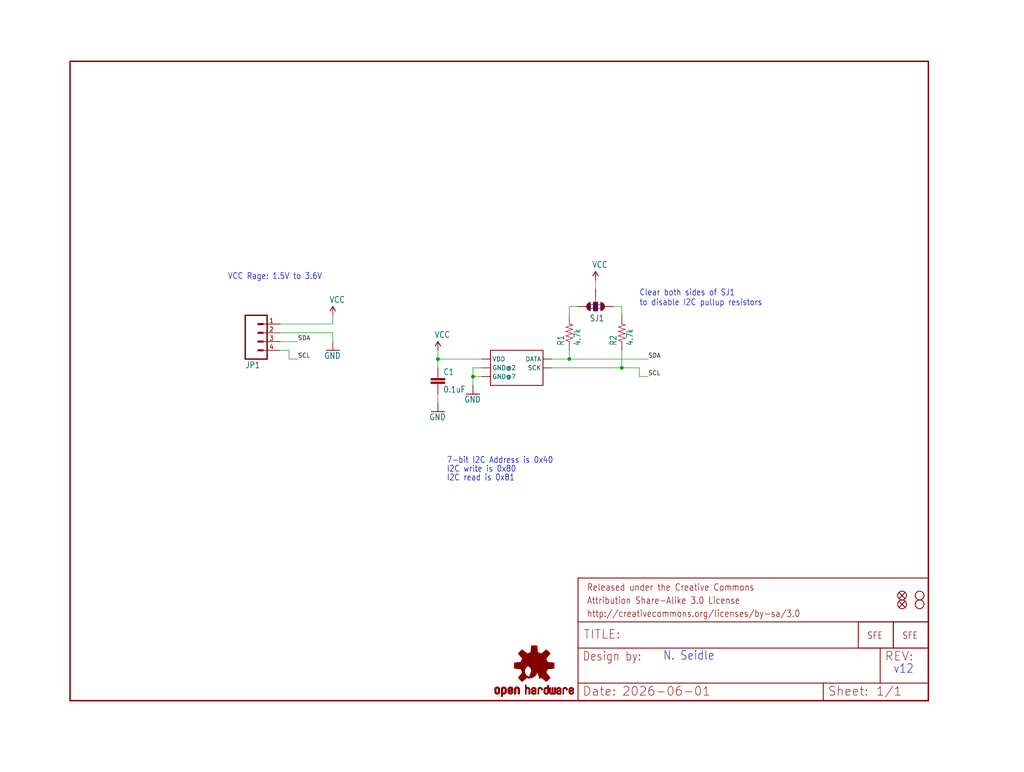
<source format=kicad_sch>
(kicad_sch (version 20230121) (generator eeschema)
  (paper "User" 297.002 223.926)
  (lib_symbols
    (symbol "working-eagle-import:CAP0603-CAP"
      (property "Reference" "C" (at 1.524 2.921 0))
      (symbol "CAP0603-CAP_1_0"
        (pin passive line (at 0 5.08 270) (length 2.54) (name "1") (number "1"))
        (pin passive line (at 0 -2.54 90) (length 2.54) (name "2") (number "2"))
      )
    )
    (symbol "working-eagle-import:FIDUCIALUFIDUCIAL")
    (symbol "working-eagle-import:FRAME-LETTER"
      (symbol "FRAME-LETTER_2_0"
        (text "${#}/${##}" (at 86.36 1.27 0) (effects (font (size 2.54 2.54)) (justify left bottom)))
        (text "${CURRENT_DATE}" (at 12.7 1.27 0) (effects (font (size 2.54 2.54)) (justify left bottom)))
        (text "${PROJECTNAME}" (at 15.494 17.78 0) (effects (font (size 2.7432 2.7432)) (justify left bottom)))
        (text "Attribution Share-Alike 3.0 License" (at 2.54 27.94 0) (effects (font (size 1.9304 1.6408)) (justify left bottom)))
        (text "Date:" (at 1.27 1.27 0) (effects (font (size 2.54 2.54)) (justify left bottom)))
        (text "Design by:" (at 1.27 11.43 0) (effects (font (size 2.54 2.159)) (justify left bottom)))
        (text "http://creativecommons.org/licenses/by-sa/3.0" (at 2.54 24.13 0) (effects (font (size 1.9304 1.6408)) (justify left bottom)))
        (text "Released under the Creative Commons" (at 2.54 31.75 0) (effects (font (size 1.9304 1.6408)) (justify left bottom)))
        (text "REV:" (at 88.9 11.43 0) (effects (font (size 2.54 2.54)) (justify left bottom)))
        (text "Sheet:" (at 72.39 1.27 0) (effects (font (size 2.54 2.54)) (justify left bottom)))
        (text "TITLE:" (at 1.524 17.78 0) (effects (font (size 2.54 2.54)) (justify left bottom)))
      )
    )
    (symbol "working-eagle-import:GND" (power)
      (property "Value" "GND" (at -2.54 -2.54 0))
      (symbol "GND_1_0"
        (pin power_in line (at 0 2.54 270) (length 2.54) (name "GND") (number "1"))
      )
    )
    (symbol "working-eagle-import:HTU21DSMD"
      (symbol "HTU21DSMD_1_0"
        (pin power_in line (at -10.16 -2.54 0) (length 2.54) (name "GND@7") (number "7"))
        (pin bidirectional line (at 10.16 2.54 180) (length 2.54) (name "DATA") (number "DATA"))
        (pin power_in line (at -10.16 0 0) (length 2.54) (name "GND@2") (number "GND"))
        (pin input line (at 10.16 0 180) (length 2.54) (name "SCK") (number "SCK"))
        (pin power_in line (at -10.16 2.54 0) (length 2.54) (name "VDD") (number "VDD"))
      )
    )
    (symbol "working-eagle-import:LOGO-SFESK"
      (symbol "LOGO-SFESK_1_0"
        (text "SFE" (at 0 0 0) (effects (font (size 1.9304 1.6408)) (justify left bottom)))
      )
    )
    (symbol "working-eagle-import:M04PTH"
      (property "Reference" "JP" (at -5.08 8.382 0))
      (symbol "M04PTH_1_0"
        (pin passive line (at 5.08 -2.54 180) (length 5.08) (name "1") (number "1"))
        (pin passive line (at 5.08 0 180) (length 5.08) (name "2") (number "2"))
        (pin passive line (at 5.08 2.54 180) (length 5.08) (name "3") (number "3"))
        (pin passive line (at 5.08 5.08 180) (length 5.08) (name "4") (number "4"))
      )
    )
    (symbol "working-eagle-import:OSHW-LOGOS")
    (symbol "working-eagle-import:RESISTOR0603-RES"
      (property "Reference" "R" (at -3.81 1.4986 0))
      (symbol "RESISTOR0603-RES_1_0"
        (pin passive line (at -5.08 0 0) (length 2.54) (name "1") (number "1"))
        (pin passive line (at 5.08 0 180) (length 2.54) (name "2") (number "2"))
      )
    )
    (symbol "working-eagle-import:SOLDERJUMPER_2WAYPASTE1&2&3"
      (property "Reference" "SJ" (at 2.54 0.381 0))
      (symbol "SOLDERJUMPER_2WAYPASTE1&2&3_1_0"
        (pin passive line (at 0 5.08 270) (length 2.54) (name "1") (number "1"))
        (pin passive line (at -5.08 0 0) (length 2.54) (name "2") (number "2"))
        (pin passive line (at 0 -5.08 90) (length 2.54) (name "3") (number "3"))
      )
    )
    (symbol "working-eagle-import:STAND-OFF")
    (symbol "working-eagle-import:SparkFun-Aesthetics_LOGO-SFENW2"
      (symbol "SparkFun-Aesthetics_LOGO-SFENW2_1_0"
        (text "SFE" (at 0 0 0) (effects (font (size 1.9304 1.6408)) (justify left bottom)))
      )
    )
    (symbol "working-eagle-import:VCC" (power)
      (property "Value" "VCC" (at -1.016 3.556 0))
      (symbol "VCC_1_0"
        (pin power_in line (at 0 0 90) (length 2.54) (name "VCC") (number "1"))
      )
    )
  )
  (junction (at 180.34 106.68))
  (junction (at 127 104.14))
  (junction (at 137.16 109.22))
  (junction (at 165.1 104.14))
  (wire (pts (xy 180.34 88.9) (xy 180.34 91.44)) (stroke (width 0.1524)))
  (wire (pts (xy 165.1 104.14) (xy 165.1 101.6)) (stroke (width 0.1524)))
  (wire (pts (xy 165.1 88.9) (xy 165.1 91.44)) (stroke (width 0.1524)))
  (wire (pts (xy 96.52 96.52) (xy 96.52 99.06)) (stroke (width 0.1524)))
  (wire (pts (xy 160.02 106.68) (xy 180.34 106.68)) (stroke (width 0.1524)))
  (wire (pts (xy 180.34 106.68) (xy 180.34 101.6)) (stroke (width 0.1524)))
  (wire (pts (xy 180.34 106.68) (xy 185.42 106.68)) (stroke (width 0.1524)))
  (wire (pts (xy 172.72 81.28) (xy 172.72 83.82)) (stroke (width 0.1524)))
  (wire (pts (xy 83.82 101.6) (xy 83.82 104.14)) (stroke (width 0.1524)))
  (wire (pts (xy 96.52 93.98) (xy 96.52 91.44)) (stroke (width 0.1524)))
  (wire (pts (xy 127 116.84) (xy 127 114.3)) (stroke (width 0.1524)))
  (wire (pts (xy 81.28 101.6) (xy 83.82 101.6)) (stroke (width 0.1524)))
  (wire (pts (xy 139.7 109.22) (xy 137.16 109.22)) (stroke (width 0.1524)))
  (wire (pts (xy 165.1 104.14) (xy 187.96 104.14)) (stroke (width 0.1524)))
  (wire (pts (xy 86.36 104.14) (xy 83.82 104.14)) (stroke (width 0.1524)))
  (wire (pts (xy 137.16 106.68) (xy 137.16 109.22)) (stroke (width 0.1524)))
  (wire (pts (xy 139.7 104.14) (xy 127 104.14)) (stroke (width 0.1524)))
  (wire (pts (xy 160.02 104.14) (xy 165.1 104.14)) (stroke (width 0.1524)))
  (wire (pts (xy 81.28 93.98) (xy 96.52 93.98)) (stroke (width 0.1524)))
  (wire (pts (xy 177.8 88.9) (xy 180.34 88.9)) (stroke (width 0.1524)))
  (wire (pts (xy 185.42 106.68) (xy 185.42 109.22)) (stroke (width 0.1524)))
  (wire (pts (xy 137.16 109.22) (xy 137.16 111.76)) (stroke (width 0.1524)))
  (wire (pts (xy 139.7 106.68) (xy 137.16 106.68)) (stroke (width 0.1524)))
  (wire (pts (xy 127 104.14) (xy 127 101.6)) (stroke (width 0.1524)))
  (wire (pts (xy 81.28 99.06) (xy 86.36 99.06)) (stroke (width 0.1524)))
  (wire (pts (xy 185.42 109.22) (xy 187.96 109.22)) (stroke (width 0.1524)))
  (wire (pts (xy 167.64 88.9) (xy 165.1 88.9)) (stroke (width 0.1524)))
  (wire (pts (xy 81.28 96.52) (xy 96.52 96.52)) (stroke (width 0.1524)))
  (wire (pts (xy 127 106.68) (xy 127 104.14)) (stroke (width 0.1524)))
  (rectangle (start 171.196 89.408) (end 174.244 88.392) (fill (type outline)))
  (text "N. Seidle" (at 192.278 191.77 0) (effects (font (size 2.54 2.159)) (justify left bottom)))
  (text "I2C read is 0x81" (at 129.54 139.7 0) (effects (font (size 1.778 1.5113)) (justify left bottom)))
  (text "I2C write is 0x80" (at 129.54 137.16 0) (effects (font (size 1.778 1.5113)) (justify left bottom)))
  (text "VCC Rage: 1.5V to 3.6V" (at 66.04 81.28 0) (effects (font (size 1.778 1.5113)) (justify left bottom)))
  (text "Clear both sides of SJ1\nto disable I2C pullup resistors" (at 185.42 88.9 0) (effects (font (size 1.778 1.5113)) (justify left bottom)))
  (text "7-bit I2C Address is 0x40" (at 129.54 134.62 0) (effects (font (size 1.778 1.5113)) (justify left bottom)))
  (text "v12" (at 259.08 195.58 0) (effects (font (size 2.54 2.159)) (justify left bottom)))
  (label "SDA" (at 86.36 99.06 0) (effects (font (size 1.2446 1.2446))))
  (label "SDA" (at 187.96 104.14 0) (effects (font (size 1.2446 1.2446))))
  (label "SCL" (at 86.36 104.14 0) (effects (font (size 1.2446 1.2446))))
  (label "SCL" (at 187.96 109.22 0) (effects (font (size 1.2446 1.2446))))
  (symbol (lib_id "working-eagle-import:GND") (at 96.52 101.6 0) (unit 1)
    (property "Reference" "#GND4" (effects hide))
    (property "Value" "GND" (at 93.98 104.14 0) (effects (font (size 1.778 1.5113)) (justify left bottom)))
  )
  (symbol (lib_id "working-eagle-import:SparkFun-Aesthetics_LOGO-SFENW2") (at 261.62 185.42 0) (unit 1)
    (property "Reference" "JP2" (effects hide))
    (property "Value" "LOGO-SFENW2" (effects hide))
    (property "Footprint" "working:SFE-NEW-WEB" (effects hide))
  )
  (symbol (lib_id "working-eagle-import:RESISTOR0603-RES") (at 180.34 96.52 90) (unit 1)
    (property "Reference" "R2" (at 178.8414 100.33 0) (effects (font (size 1.778 1.5113)) (justify left bottom)))
    (property "Value" "4.7k" (at 183.642 100.33 0) (effects (font (size 1.778 1.5113)) (justify left bottom)))
    (property "Footprint" "working:0603-RES" (effects hide))
  )
  (symbol (lib_id "working-eagle-import:VCC") (at 127 101.6 0) (unit 1)
    (property "Reference" "#P+1" (effects hide))
    (property "Value" "VCC" (at 125.984 98.044 0) (effects (font (size 1.778 1.5113)) (justify left bottom)))
  )
  (symbol (lib_id "working-eagle-import:HTU21DSMD") (at 149.86 106.68 0) (unit 1)
    (property "Reference" "U1" (effects hide))
    (property "Value" "HTU21DSMD" (effects hide))
    (property "Footprint" "working:HTU21D" (effects hide))
  )
  (symbol (lib_id "working-eagle-import:VCC") (at 172.72 81.28 0) (unit 1)
    (property "Reference" "#P+3" (effects hide))
    (property "Value" "VCC" (at 171.704 77.724 0) (effects (font (size 1.778 1.5113)) (justify left bottom)))
  )
  (symbol (lib_id "working-eagle-import:SOLDERJUMPER_2WAYPASTE1&2&3") (at 172.72 88.9 270) (unit 1)
    (property "Reference" "SJ1" (at 175.26 91.313 90) (effects (font (size 1.778 1.5113)) (justify right top)))
    (property "Value" "SOLDERJUMPER_2WAYPASTE1&2&3" (effects hide))
    (property "Footprint" "working:SJ_3_PASTE1&2&3" (effects hide))
  )
  (symbol (lib_id "working-eagle-import:OSHW-LOGOS") (at 154.94 193.04 0) (unit 1)
    (property "Reference" "LOGO2" (effects hide))
    (property "Value" "OSHW-LOGOS" (effects hide))
    (property "Footprint" "working:OSHW-LOGO-S" (effects hide))
  )
  (symbol (lib_id "working-eagle-import:STAND-OFF") (at 266.7 172.72 0) (unit 1)
    (property "Reference" "STANDOFF2" (effects hide))
    (property "Value" "STAND-OFF" (effects hide))
    (property "Footprint" "working:STAND-OFF" (effects hide))
  )
  (symbol (lib_id "working-eagle-import:RESISTOR0603-RES") (at 165.1 96.52 90) (unit 1)
    (property "Reference" "R1" (at 163.6014 100.33 0) (effects (font (size 1.778 1.5113)) (justify left bottom)))
    (property "Value" "4.7k" (at 168.402 100.33 0) (effects (font (size 1.778 1.5113)) (justify left bottom)))
    (property "Footprint" "working:0603-RES" (effects hide))
  )
  (symbol (lib_id "working-eagle-import:GND") (at 137.16 114.3 0) (unit 1)
    (property "Reference" "#GND3" (effects hide))
    (property "Value" "GND" (at 134.62 116.84 0) (effects (font (size 1.778 1.5113)) (justify left bottom)))
  )
  (symbol (lib_id "working-eagle-import:FIDUCIALUFIDUCIAL") (at 261.62 175.26 0) (unit 1)
    (property "Reference" "JP4" (effects hide))
    (property "Value" "FIDUCIALUFIDUCIAL" (effects hide))
    (property "Footprint" "working:MICRO-FIDUCIAL" (effects hide))
  )
  (symbol (lib_id "working-eagle-import:FRAME-LETTER") (at 167.64 203.2 0) (unit 2)
    (property "Reference" "FRAME2" (effects hide))
    (property "Value" "FRAME-LETTER" (effects hide))
    (property "Footprint" "working:CREATIVE_COMMONS" (effects hide))
  )
  (symbol (lib_id "working-eagle-import:FIDUCIALUFIDUCIAL") (at 261.62 172.72 0) (unit 1)
    (property "Reference" "JP3" (effects hide))
    (property "Value" "FIDUCIALUFIDUCIAL" (effects hide))
    (property "Footprint" "working:MICRO-FIDUCIAL" (effects hide))
  )
  (symbol (lib_id "working-eagle-import:CAP0603-CAP") (at 127 111.76 0) (unit 1)
    (property "Reference" "C1" (at 128.524 108.839 0) (effects (font (size 1.778 1.5113)) (justify left bottom)))
    (property "Value" "0.1uF" (at 128.524 113.919 0) (effects (font (size 1.778 1.5113)) (justify left bottom)))
    (property "Footprint" "working:0603-CAP" (effects hide))
  )
  (symbol (lib_id "working-eagle-import:LOGO-SFESK") (at 251.46 185.42 0) (unit 1)
    (property "Reference" "LOGO1" (effects hide))
    (property "Value" "LOGO-SFESK" (effects hide))
    (property "Footprint" "working:SFE-LOGO-FLAME" (effects hide))
  )
  (symbol (lib_id "working-eagle-import:FRAME-LETTER") (at 20.32 203.2 0) (unit 1)
    (property "Reference" "FRAME2" (effects hide))
    (property "Value" "FRAME-LETTER" (effects hide))
    (property "Footprint" "working:CREATIVE_COMMONS" (effects hide))
  )
  (symbol (lib_id "working-eagle-import:M04PTH") (at 76.2 96.52 0) (mirror x) (unit 1)
    (property "Reference" "JP1" (at 71.12 104.902 0) (effects (font (size 1.778 1.5113)) (justify left bottom)))
    (property "Value" "M04PTH" (effects hide))
    (property "Footprint" "working:1X04" (effects hide))
  )
  (symbol (lib_id "working-eagle-import:GND") (at 127 119.38 0) (unit 1)
    (property "Reference" "#GND1" (effects hide))
    (property "Value" "GND" (at 124.46 121.92 0) (effects (font (size 1.778 1.5113)) (justify left bottom)))
  )
  (symbol (lib_id "working-eagle-import:STAND-OFF") (at 266.7 175.26 0) (unit 1)
    (property "Reference" "STANDOFF1" (effects hide))
    (property "Value" "STAND-OFF" (effects hide))
    (property "Footprint" "working:STAND-OFF" (effects hide))
  )
  (symbol (lib_id "working-eagle-import:VCC") (at 96.52 91.44 0) (unit 1)
    (property "Reference" "#P+4" (effects hide))
    (property "Value" "VCC" (at 95.504 87.884 0) (effects (font (size 1.778 1.5113)) (justify left bottom)))
  )
)
</source>
